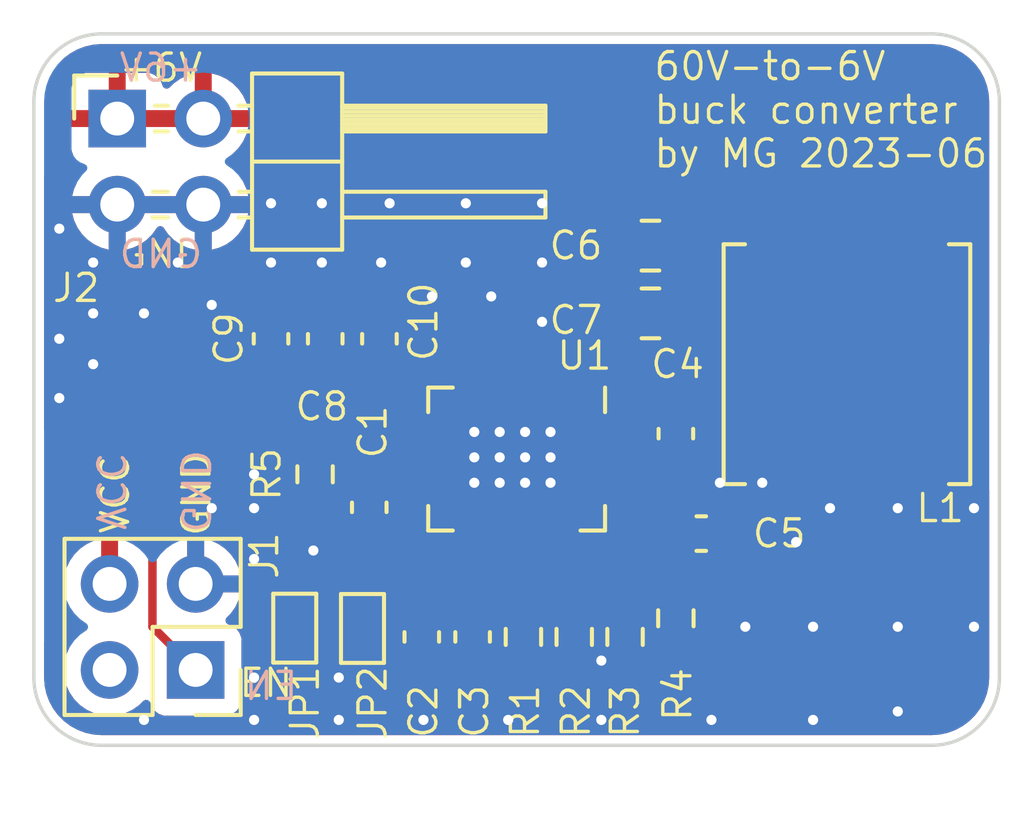
<source format=kicad_pcb>
(kicad_pcb (version 20221018) (generator pcbnew)
  (layers (0 "F.Cu" signal) (31 "B.Cu" signal) (34 "B.Paste" user) (35 "F.Paste" user) (36 "B.SilkS" user "B.Silkscreen") (37 "F.SilkS" user "F.Silkscreen") (38 "B.Mask" user) (39 "F.Mask" user) (44 "Edge.Cuts" user))
  (net 0 "")
  (net 1 "/VCC")
  (net 2 "GND")
  (net 3 "Net-(U1-SS)")
  (net 4 "Net-(U1-CF)")
  (net 5 "Net-(U1-FB)")
  (net 6 "Net-(C4-Pad1)")
  (net 7 "Net-(U1-BST)")
  (net 8 "+6V")
  (net 9 "Vdrive")
  (net 10 "/EN")
  (net 12 "Net-(JP1-B)")
  (net 13 "Net-(U1-RT)")
  (net 18 "Net-(U1-EXTVCC)")
  (footprint "Resistor_SMD:R_0603_1608Metric" (layer "F.Cu") (at 135.95 106.8 -90)
    (fp_text reference "R2" (at 2.2 -0.05 90 unlocked) (layer "F.SilkS") (effects (font (size 0.8 0.8) (thickness 0.1))))
    (fp_text value "2.7k")
    (fp_line (start -0.237258 -0.5225) (end 0.237258 -0.5225) (stroke (width 0.12)) (layer "F.SilkS"))
    (fp_line (start -0.237258 0.5225) (end 0.237258 0.5225) (stroke (width 0.12)) (layer "F.SilkS"))
    (pad "1" smd roundrect (at -0.825 0 270) (size 0.8 0.95) (layers "F.Cu" "F.Paste" "F.Mask") (net 5 "Net-(U1-FB)"))
    (pad "2" smd roundrect (at 0.825 0 270) (size 0.8 0.95) (layers "F.Cu" "F.Paste" "F.Mask") (net 2 "GND"))
  )
  (footprint "Capacitor_SMD:C_0805_2012Metric" (layer "F.Cu") (at 138.2 97.25)
    (fp_text reference "C7" (at -2.2 0.2 unlocked) (layer "F.SilkS") (effects (font (size 0.8 0.8) (thickness 0.1))))
    (fp_text value "22uF 10V")
    (fp_line (start -0.261252 -0.735) (end 0.261252 -0.735) (stroke (width 0.12)) (layer "F.SilkS"))
    (fp_line (start -0.261252 0.735) (end 0.261252 0.735) (stroke (width 0.12)) (layer "F.SilkS"))
    (pad "1" smd roundrect (at -0.95 0) (size 1 1.45) (layers "F.Cu" "F.Paste" "F.Mask") (net 2 "GND"))
    (pad "2" smd roundrect (at 0.95 0) (size 1 1.45) (layers "F.Cu" "F.Paste" "F.Mask") (net 8 "+6V"))
  )
  (footprint "Connector_PinHeader_2.54mm:PinHeader_2x02_P2.54mm_Vertical" (layer "F.Cu") (at 124.775 107.775 180)
    (fp_text reference "J1" (at -2.025 3.375 90 unlocked) (layer "F.SilkS") (effects (font (size 0.8 0.8) (thickness 0.1))))
    (fp_text value "Input")
    (fp_text user "VCC" (at 2.525 5.275 270 unlocked) (layer "B.SilkS") (effects (font (size 0.8 0.8) (thickness 0.1)) (justify mirror)))
    (fp_text user "EN" (at -2.225 -0.475 unlocked) (layer "B.SilkS") (effects (font (size 0.8 0.8) (thickness 0.1)) (justify mirror)))
    (fp_text user "GND" (at 0.025 5.275 270 unlocked) (layer "B.SilkS") (effects (font (size 0.8 0.8) (thickness 0.1)) (justify mirror)))
    (fp_text user "VCC" (at 2.375 5.175 90 unlocked) (layer "F.SilkS") (effects (font (size 0.8 0.8) (thickness 0.1))))
    (fp_text user "GND" (at -0.025 5.175 90 unlocked) (layer "F.SilkS") (effects (font (size 0.8 0.8) (thickness 0.1))))
    (fp_text user "EN" (at -2.075 -0.385 unlocked) (layer "F.SilkS") (effects (font (size 0.8 0.8) (thickness 0.1))))
    (fp_line (start -1.33 -1.33) (end 0 -1.33) (stroke (width 0.12)) (layer "F.SilkS"))
    (fp_line (start -1.33 0) (end -1.33 -1.33) (stroke (width 0.12)) (layer "F.SilkS"))
    (fp_line (start -1.33 1.27) (end -1.33 3.87) (stroke (width 0.12)) (layer "F.SilkS"))
    (fp_line (start -1.33 1.27) (end 1.27 1.27) (stroke (width 0.12)) (layer "F.SilkS"))
    (fp_line (start -1.33 3.87) (end 3.87 3.87) (stroke (width 0.12)) (layer "F.SilkS"))
    (fp_line (start 1.27 -1.33) (end 3.87 -1.33) (stroke (width 0.12)) (layer "F.SilkS"))
    (fp_line (start 1.27 1.27) (end 1.27 -1.33) (stroke (width 0.12)) (layer "F.SilkS"))
    (fp_line (start 3.87 -1.33) (end 3.87 3.87) (stroke (width 0.12)) (layer "F.SilkS"))
    (pad "1" thru_hole rect (at 0 0 180) (size 1.7 1.7) (drill 1) (layers "*.Cu" "*.Mask") (net 10 "/EN"))
    (pad "2" thru_hole oval (at 2.54 0 180) (size 1.7 1.7) (drill 1) (layers "*.Cu" "*.Mask"))
    (pad "3" thru_hole oval (at 0 2.54 180) (size 1.7 1.7) (drill 1) (layers "*.Cu" "*.Mask") (net 2 "GND"))
    (pad "4" thru_hole oval (at 2.54 2.54 180) (size 1.7 1.7) (drill 1) (layers "*.Cu" "*.Mask") (net 9 "Vdrive"))
  )
  (footprint "Resistor_SMD:R_0603_1608Metric" (layer "F.Cu") (at 128.3 102 90)
    (fp_text reference "R5" (at 0 -1.43 90 unlocked) (layer "F.SilkS") (effects (font (size 0.8 0.8) (thickness 0.1))))
    (fp_text value "100k")
    (fp_line (start -0.237258 -0.5225) (end 0.237258 -0.5225) (stroke (width 0.12)) (layer "F.SilkS"))
    (fp_line (start -0.237258 0.5225) (end 0.237258 0.5225) (stroke (width 0.12)) (layer "F.SilkS"))
    (pad "1" smd roundrect (at -0.825 0 90) (size 0.8 0.95) (layers "F.Cu" "F.Paste" "F.Mask") (net 2 "GND"))
    (pad "2" smd roundrect (at 0.825 0 90) (size 0.8 0.95) (layers "F.Cu" "F.Paste" "F.Mask") (net 10 "/EN"))
  )
  (footprint "Capacitor_SMD:C_0603_1608Metric" (layer "F.Cu") (at 138.95 100.8 -90)
    (fp_text reference "C4" (at -2.05 -0.05 unlocked) (layer "F.SilkS") (effects (font (size 0.8 0.8) (thickness 0.1))))
    (fp_text value "100nF")
    (fp_line (start -0.14058 -0.51) (end 0.14058 -0.51) (stroke (width 0.12)) (layer "F.SilkS"))
    (fp_line (start -0.14058 0.51) (end 0.14058 0.51) (stroke (width 0.12)) (layer "F.SilkS"))
    (pad "1" smd roundrect (at -0.775 0 270) (size 0.9 0.95) (layers "F.Cu" "F.Paste" "F.Mask") (net 6 "Net-(C4-Pad1)"))
    (pad "2" smd roundrect (at 0.775 0 270) (size 0.9 0.95) (layers "F.Cu" "F.Paste" "F.Mask") (net 7 "Net-(U1-BST)"))
  )
  (footprint "Package_DFN_QFN:QFN-24-1EP_4x5mm_P0.5mm_EP2.65x3.65mm" (layer "F.Cu") (at 134.25 101.55 -90)
    (fp_text reference "U1" (at -3.05 -2 unlocked) (layer "F.SilkS") (effects (font (size 0.8 0.8) (thickness 0.1))))
    (fp_text value "MAX17574")
    (fp_line (start -2.11 2.61) (end -2.11 1.885) (stroke (width 0.12)) (layer "F.SilkS"))
    (fp_line (start -1.385 -2.61) (end -2.11 -2.61) (stroke (width 0.12)) (layer "F.SilkS"))
    (fp_line (start -1.385 2.61) (end -2.11 2.61) (stroke (width 0.12)) (layer "F.SilkS"))
    (fp_line (start 1.385 -2.61) (end 2.11 -2.61) (stroke (width 0.12)) (layer "F.SilkS"))
    (fp_line (start 1.385 2.61) (end 2.11 2.61) (stroke (width 0.12)) (layer "F.SilkS"))
    (fp_line (start 2.11 -2.61) (end 2.11 -1.885) (stroke (width 0.12)) (layer "F.SilkS"))
    (fp_line (start 2.11 2.61) (end 2.11 1.885) (stroke (width 0.12)) (layer "F.SilkS"))
    (pad "1" smd roundrect (at -1.95 -1.5 270) (size 0.85 0.25) (layers "F.Cu" "F.Paste" "F.Mask") (net 6 "Net-(C4-Pad1)"))
    (pad "2" smd roundrect (at -1.95 -1 270) (size 0.85 0.25) (layers "F.Cu" "F.Paste" "F.Mask") (net 2 "GND"))
    (pad "3" smd roundrect (at -1.95 -0.5 270) (size 0.85 0.25) (layers "F.Cu" "F.Paste" "F.Mask") (net 2 "GND"))
    (pad "4" smd roundrect (at -1.95 0 270) (size 0.85 0.25) (layers "F.Cu" "F.Paste" "F.Mask"))
    (pad "5" smd roundrect (at -1.95 0.5 270) (size 0.85 0.25) (layers "F.Cu" "F.Paste" "F.Mask") (net 9 "Vdrive"))
    (pad "6" smd roundrect (at -1.95 1 270) (size 0.85 0.25) (layers "F.Cu" "F.Paste" "F.Mask") (net 9 "Vdrive"))
    (pad "7" smd roundrect (at -1.95 1.5 270) (size 0.85 0.25) (layers "F.Cu" "F.Paste" "F.Mask") (net 9 "Vdrive"))
    (pad "8" smd roundrect (at -1 2.45 270) (size 0.25 0.85) (layers "F.Cu" "F.Paste" "F.Mask"))
    (pad "9" smd roundrect (at -0.5 2.45 270) (size 0.25 0.85) (layers "F.Cu" "F.Paste" "F.Mask") (net 9 "Vdrive"))
    (pad "10" smd roundrect (at 0 2.45 270) (size 0.25 0.85) (layers "F.Cu" "F.Paste" "F.Mask") (net 10 "/EN"))
    (pad "11" smd roundrect (at 0.5 2.45 270) (size 0.25 0.85) (layers "F.Cu" "F.Paste" "F.Mask") (net 2 "GND"))
    (pad "12" smd roundrect (at 1 2.45 270) (size 0.25 0.85) (layers "F.Cu" "F.Paste" "F.Mask") (net 1 "/VCC"))
    (pad "13" smd roundrect (at 1.95 1.5 270) (size 0.85 0.25) (layers "F.Cu" "F.Paste" "F.Mask"))
    (pad "14" smd roundrect (at 1.95 1 270) (size 0.85 0.25) (layers "F.Cu" "F.Paste" "F.Mask"))
    (pad "15" smd roundrect (at 1.95 0.5 270) (size 0.85 0.25) (layers "F.Cu" "F.Paste" "F.Mask") (net 12 "Net-(JP1-B)"))
    (pad "16" smd roundrect (at 1.95 0 270) (size 0.85 0.25) (layers "F.Cu" "F.Paste" "F.Mask") (net 3 "Net-(U1-SS)"))
    (pad "17" smd roundrect (at 1.95 -0.5 270) (size 0.85 0.25) (layers "F.Cu" "F.Paste" "F.Mask") (net 4 "Net-(U1-CF)"))
    (pad "18" smd roundrect (at 1.95 -1 270) (size 0.85 0.25) (layers "F.Cu" "F.Paste" "F.Mask") (net 5 "Net-(U1-FB)"))
    (pad "19" smd roundrect (at 1.95 -1.5 270) (size 0.85 0.25) (layers "F.Cu" "F.Paste" "F.Mask") (net 13 "Net-(U1-RT)"))
    (pad "20" smd roundrect (at 1 -2.45 270) (size 0.25 0.85) (layers "F.Cu" "F.Paste" "F.Mask") (net 18 "Net-(U1-EXTVCC)"))
    (pad "21" smd roundrect (at 0.5 -2.45 270) (size 0.25 0.85) (layers "F.Cu" "F.Paste" "F.Mask") (net 2 "GND"))
    (pad "22" smd roundrect (at 0 -2.45 270) (size 0.25 0.85) (layers "F.Cu" "F.Paste" "F.Mask") (net 7 "Net-(U1-BST)"))
    (pad "23" smd roundrect (at -0.5 -2.45 270) (size 0.25 0.85) (layers "F.Cu" "F.Paste" "F.Mask") (net 6 "Net-(C4-Pad1)"))
    (pad "24" smd roundrect (at -1 -2.45 270) (size 0.25 0.85) (layers "F.Cu" "F.Paste" "F.Mask") (net 6 "Net-(C4-Pad1)"))
    (pad "25" smd rect (at 0 0 270) (size 2.65 3.65) (layers "F.Cu" "F.Mask") (net 2 "GND"))
  )
  (footprint "Capacitor_SMD:C_0603_1608Metric" (layer "F.Cu") (at 128.6 98 90)
    (fp_text reference "C8" (at -2 -0.1 unlocked) (layer "F.SilkS") (effects (font (size 0.8 0.8) (thickness 0.1))))
    (fp_text value "2.2uF 63V")
    (fp_line (start -0.14058 -0.51) (end 0.14058 -0.51) (stroke (width 0.12)) (layer "F.SilkS"))
    (fp_line (start -0.14058 0.51) (end 0.14058 0.51) (stroke (width 0.12)) (layer "F.SilkS"))
    (pad "1" smd roundrect (at -0.775 0 90) (size 0.9 0.95) (layers "F.Cu" "F.Paste" "F.Mask") (net 9 "Vdrive"))
    (pad "2" smd roundrect (at 0.775 0 90) (size 0.9 0.95) (layers "F.Cu" "F.Paste" "F.Mask") (net 2 "GND"))
  )
  (footprint "extraFootprints:SolderJumper-Open_0603" (layer "F.Cu") (at 127.7 106.542 90)
    (fp_text reference "JP1" (at -2.208 0.3 90 unlocked) (layer "F.SilkS") (effects (font (size 0.8 0.8) (thickness 0.1))))
    (fp_text value "DCM operation")
    (fp_line (start -1.016 -0.635) (end 1.016 -0.635) (stroke (width 0.12)) (layer "F.SilkS"))
    (fp_line (start -1.016 0.635) (end -1.016 -0.635) (stroke (width 0.12)) (layer "F.SilkS"))
    (fp_line (start 1.016 -0.635) (end 1.016 0.635) (stroke (width 0.12)) (layer "F.SilkS"))
    (fp_line (start 1.016 0.635) (end -1.016 0.635) (stroke (width 0.12)) (layer "F.SilkS"))
    (pad "1" smd custom (at -0.508 0 90) (size 0.3 0.3) (layers "F.Cu" "F.Mask") (net 1 "/VCC") (options (clearance outline) (anchor rect)) (primitives (gr_poly (pts (xy -0.25 -0.45) (xy 0.25 -0.45) (xy 0.55 0) (xy 0.25 0.45) (xy -0.25 0.45)) (width 0) (fill yes))))
    (pad "2" smd custom (at 0.508 0 90) (size 0.3 0.3) (layers "F.Cu" "F.Mask") (net 12 "Net-(JP1-B)") (options (clearance outline) (anchor rect)) (primitives (gr_poly (pts (xy -0.55 -0.45) (xy 0.35 -0.45) (xy 0.35 0.45) (xy -0.55 0.45) (xy -0.25 0)) (width 0) (fill yes))))
  )
  (footprint "Connector_PinHeader_2.54mm:PinHeader_2x02_P2.54mm_Horizontal" (layer "F.Cu") (at 122.46 91.5)
    (fp_text reference "J2" (at -1.21 5 unlocked) (layer "F.SilkS") (effects (font (size 0.8 0.8) (thickness 0.1))))
    (fp_text value "Output")
    (fp_text user "+6V" (at 1.29 -1.5 unlocked) (layer "B.SilkS") (effects (font (size 0.8 0.8) (thickness 0.1)) (justify mirror)))
    (fp_text user "GND" (at 1.29 4 unlocked) (layer "B.SilkS") (effects (font (size 0.8 0.8) (thickness 0.1)) (justify mirror)))
    (fp_text user "GND" (at 1.29 4 unlocked) (layer "F.SilkS") (effects (font (size 0.8 0.8) (thickness 0.1))))
    (fp_text user "+6V" (at 1.29 -1.5 unlocked) (layer "F.SilkS") (effects (font (size 0.8 0.8) (thickness 0.1))))
    (fp_line (start -1.27 -1.27) (end 0 -1.27) (stroke (width 0.12)) (layer "F.SilkS"))
    (fp_line (start -1.27 0) (end -1.27 -1.27) (stroke (width 0.12)) (layer "F.SilkS"))
    (fp_line (start 1.042929 2.16) (end 1.497071 2.16) (stroke (width 0.12)) (layer "F.SilkS"))
    (fp_line (start 1.042929 2.92) (end 1.497071 2.92) (stroke (width 0.12)) (layer "F.SilkS"))
    (fp_line (start 1.11 -0.38) (end 1.497071 -0.38) (stroke (width 0.12)) (layer "F.SilkS"))
    (fp_line (start 1.11 0.38) (end 1.497071 0.38) (stroke (width 0.12)) (layer "F.SilkS"))
    (fp_line (start 3.582929 -0.38) (end 3.98 -0.38) (stroke (width 0.12)) (layer "F.SilkS"))
    (fp_line (start 3.582929 0.38) (end 3.98 0.38) (stroke (width 0.12)) (layer "F.SilkS"))
    (fp_line (start 3.582929 2.16) (end 3.98 2.16) (stroke (width 0.12)) (layer "F.SilkS"))
    (fp_line (start 3.582929 2.92) (end 3.98 2.92) (stroke (width 0.12)) (layer "F.SilkS"))
    (fp_line (start 3.98 -1.33) (end 3.98 3.87) (stroke (width 0.12)) (layer "F.SilkS"))
    (fp_line (start 3.98 1.27) (end 6.64 1.27) (stroke (width 0.12)) (layer "F.SilkS"))
    (fp_line (start 3.98 3.87) (end 6.64 3.87) (stroke (width 0.12)) (layer "F.SilkS"))
    (fp_line (start 6.64 -1.33) (end 3.98 -1.33) (stroke (width 0.12)) (layer "F.SilkS"))
    (fp_line (start 6.64 -0.38) (end 12.64 -0.38) (stroke (width 0.12)) (layer "F.SilkS"))
    (fp_line (start 6.64 -0.32) (end 12.64 -0.32) (stroke (width 0.12)) (layer "F.SilkS"))
    (fp_line (start 6.64 -0.2) (end 12.64 -0.2) (stroke (width 0.12)) (layer "F.SilkS"))
    (fp_line (start 6.64 -0.08) (end 12.64 -0.08) (stroke (width 0.12)) (layer "F.SilkS"))
    (fp_line (start 6.64 0.04) (end 12.64 0.04) (stroke (width 0.12)) (layer "F.SilkS"))
    (fp_line (start 6.64 0.16) (end 12.64 0.16) (stroke (width 0.12)) (layer "F.SilkS"))
    (fp_line (start 6.64 0.28) (end 12.64 0.28) (stroke (width 0.12)) (layer "F.SilkS"))
    (fp_line (start 6.64 2.16) (end 12.64 2.16) (stroke (width 0.12)) (layer "F.SilkS"))
    (fp_line (start 6.64 3.87) (end 6.64 -1.33) (stroke (width 0.12)) (layer "F.SilkS"))
    (fp_line (start 12.64 -0.38) (end 12.64 0.38) (stroke (width 0.12)) (layer "F.SilkS"))
    (fp_line (start 12.64 0.38) (end 6.64 0.38) (stroke (width 0.12)) (layer "F.SilkS"))
    (fp_line (start 12.64 2.16) (end 12.64 2.92) (stroke (width 0.12)) (layer "F.SilkS"))
    (fp_line (start 12.64 2.92) (end 6.64 2.92) (stroke (width 0.12)) (layer "F.SilkS"))
    (pad "1" thru_hole rect (at 0 0) (size 1.7 1.7) (drill 1) (layers "*.Cu" "*.Mask") (net 8 "+6V"))
    (pad "2" thru_hole oval (at 2.54 0) (size 1.7 1.7) (drill 1) (layers "*.Cu" "*.Mask") (net 8 "+6V"))
    (pad "3" thru_hole oval (at 0 2.54) (size 1.7 1.7) (drill 1) (layers "*.Cu" "*.Mask") (net 2 "GND"))
    (pad "4" thru_hole oval (at 2.54 2.54) (size 1.7 1.7) (drill 1) (layers "*.Cu" "*.Mask") (net 2 "GND"))
  )
  (footprint "Capacitor_SMD:C_0603_1608Metric" (layer "F.Cu") (at 130.2 98 90)
    (fp_text reference "C10" (at 0.5 1.3 90 unlocked) (layer "F.SilkS") (effects (font (size 0.8 0.8) (thickness 0.1))))
    (fp_text value "100nF 63V")
    (fp_line (start -0.14058 -0.51) (end 0.14058 -0.51) (stroke (width 0.12)) (layer "F.SilkS"))
    (fp_line (start -0.14058 0.51) (end 0.14058 0.51) (stroke (width 0.12)) (layer "F.SilkS"))
    (pad "1" smd roundrect (at -0.775 0 90) (size 0.9 0.95) (layers "F.Cu" "F.Paste" "F.Mask") (net 9 "Vdrive"))
    (pad "2" smd roundrect (at 0.775 0 90) (size 0.9 0.95) (layers "F.Cu" "F.Paste" "F.Mask") (net 2 "GND"))
  )
  (footprint "Capacitor_SMD:C_0603_1608Metric" (layer "F.Cu") (at 139.7 103.75)
    (fp_text reference "C5" (at 2.3 0 unlocked) (layer "F.SilkS") (effects (font (size 0.8 0.8) (thickness 0.1))))
    (fp_text value "100nF")
    (fp_line (start -0.14058 -0.51) (end 0.14058 -0.51) (stroke (width 0.12)) (layer "F.SilkS"))
    (fp_line (start -0.14058 0.51) (end 0.14058 0.51) (stroke (width 0.12)) (layer "F.SilkS"))
    (pad "1" smd roundrect (at -0.775 0) (size 0.9 0.95) (layers "F.Cu" "F.Paste" "F.Mask") (net 2 "GND"))
    (pad "2" smd roundrect (at 0.775 0) (size 0.9 0.95) (layers "F.Cu" "F.Paste" "F.Mask") (net 18 "Net-(U1-EXTVCC)"))
  )
  (footprint "Capacitor_SMD:C_0603_1608Metric" (layer "F.Cu") (at 127 98 90)
    (fp_text reference "C9" (at 0 -1.25 90 unlocked) (layer "F.SilkS") (effects (font (size 0.8 0.8) (thickness 0.1))))
    (fp_text value "2.2uF 63V")
    (fp_line (start -0.14058 -0.51) (end 0.14058 -0.51) (stroke (width 0.12)) (layer "F.SilkS"))
    (fp_line (start -0.14058 0.51) (end 0.14058 0.51) (stroke (width 0.12)) (layer "F.SilkS"))
    (pad "1" smd roundrect (at -0.775 0 90) (size 0.9 0.95) (layers "F.Cu" "F.Paste" "F.Mask") (net 9 "Vdrive"))
    (pad "2" smd roundrect (at 0.775 0 90) (size 0.9 0.95) (layers "F.Cu" "F.Paste" "F.Mask") (net 2 "GND"))
  )
  (footprint "Capacitor_SMD:C_0603_1608Metric" (layer "F.Cu") (at 129.9 102.975 90)
    (fp_text reference "C1" (at 2.225 0.1 90 unlocked) (layer "F.SilkS") (effects (font (size 0.8 0.8) (thickness 0.1))))
    (fp_text value "10uF 10V")
    (fp_line (start -0.14058 -0.51) (end 0.14058 -0.51) (stroke (width 0.12)) (layer "F.SilkS"))
    (fp_line (start -0.14058 0.51) (end 0.14058 0.51) (stroke (width 0.12)) (layer "F.SilkS"))
    (pad "1" smd roundrect (at -0.775 0 90) (size 0.9 0.95) (layers "F.Cu" "F.Paste" "F.Mask") (net 1 "/VCC"))
    (pad "2" smd roundrect (at 0.775 0 90) (size 0.9 0.95) (layers "F.Cu" "F.Paste" "F.Mask") (net 2 "GND"))
  )
  (footprint "Capacitor_SMD:C_0603_1608Metric" (layer "F.Cu") (at 132.95 106.8 -90)
    (fp_text reference "C3" (at 2.2 -0.05 90 unlocked) (layer "F.SilkS") (effects (font (size 0.8 0.8) (thickness 0.1))))
    (fp_text value "2.2pF")
    (fp_line (start -0.14058 -0.51) (end 0.14058 -0.51) (stroke (width 0.12)) (layer "F.SilkS"))
    (fp_line (start -0.14058 0.51) (end 0.14058 0.51) (stroke (width 0.12)) (layer "F.SilkS"))
    (pad "1" smd roundrect (at -0.775 0 270) (size 0.9 0.95) (layers "F.Cu" "F.Paste" "F.Mask") (net 4 "Net-(U1-CF)"))
    (pad "2" smd roundrect (at 0.775 0 270) (size 0.9 0.95) (layers "F.Cu" "F.Paste" "F.Mask") (net 5 "Net-(U1-FB)"))
  )
  (footprint "Resistor_SMD:R_0603_1608Metric" (layer "F.Cu") (at 138.95 106.25 -90)
    (fp_text reference "R4" (at 2.25 -0.05 90 unlocked) (layer "F.SilkS") (effects (font (size 0.8 0.8) (thickness 0.1))))
    (fp_text value "4.7R")
    (fp_line (start -0.237258 -0.5225) (end 0.237258 -0.5225) (stroke (width 0.12)) (layer "F.SilkS"))
    (fp_line (start -0.237258 0.5225) (end 0.237258 0.5225) (stroke (width 0.12)) (layer "F.SilkS"))
    (pad "1" smd roundrect (at -0.825 0 270) (size 0.8 0.95) (layers "F.Cu" "F.Paste" "F.Mask") (net 18 "Net-(U1-EXTVCC)"))
    (pad "2" smd roundrect (at 0.825 0 270) (size 0.8 0.95) (layers "F.Cu" "F.Paste" "F.Mask") (net 8 "+6V"))
  )
  (footprint "extraFootprints:SolderJumper-Open_0603" (layer "F.Cu") (at 129.7 106.55 90)
    (fp_text reference "JP2" (at -2.2 0.3 90 unlocked) (layer "F.SilkS") (effects (font (size 0.8 0.8) (thickness 0.1))))
    (fp_text value "PWM operation")
    (fp_line (start -1.016 -0.635) (end 1.016 -0.635) (stroke (width 0.12)) (layer "F.SilkS"))
    (fp_line (start -1.016 0.635) (end -1.016 -0.635) (stroke (width 0.12)) (layer "F.SilkS"))
    (fp_line (start 1.016 -0.635) (end 1.016 0.635) (stroke (width 0.12)) (layer "F.SilkS"))
    (fp_line (start 1.016 0.635) (end -1.016 0.635) (stroke (width 0.12)) (layer "F.SilkS"))
    (pad "1" smd custom (at -0.508 0 90) (size 0.3 0.3) (layers "F.Cu" "F.Mask") (net 2 "GND") (options (clearance outline) (anchor rect)) (primitives (gr_poly (pts (xy -0.25 -0.45) (xy 0.25 -0.45) (xy 0.55 0) (xy 0.25 0.45) (xy -0.25 0.45)) (width 0) (fill yes))))
    (pad "2" smd custom (at 0.508 0 90) (size 0.3 0.3) (layers "F.Cu" "F.Mask") (net 12 "Net-(JP1-B)") (options (clearance outline) (anchor rect)) (primitives (gr_poly (pts (xy -0.55 -0.45) (xy 0.35 -0.45) (xy 0.35 0.45) (xy -0.55 0.45) (xy -0.25 0)) (width 0) (fill yes))))
  )
  (footprint "Capacitor_SMD:C_0603_1608Metric" (layer "F.Cu") (at 131.45 106.8 -90)
    (fp_text reference "C2" (at 2.2 -0.05 90 unlocked) (layer "F.SilkS") (effects (font (size 0.8 0.8) (thickness 0.1))))
    (fp_text value "100nF")
    (fp_line (start -0.14058 -0.51) (end 0.14058 -0.51) (stroke (width 0.12)) (layer "F.SilkS"))
    (fp_line (start -0.14058 0.51) (end 0.14058 0.51) (stroke (width 0.12)) (layer "F.SilkS"))
    (pad "1" smd roundrect (at -0.775 0 270) (size 0.9 0.95) (layers "F.Cu" "F.Paste" "F.Mask") (net 3 "Net-(U1-SS)"))
    (pad "2" smd roundrect (at 0.775 0 270) (size 0.9 0.95) (layers "F.Cu" "F.Paste" "F.Mask") (net 2 "GND"))
  )
  (footprint "Capacitor_SMD:C_0805_2012Metric" (layer "F.Cu") (at 138.2 95.25)
    (fp_text reference "C6" (at -2.2 0 unlocked) (layer "F.SilkS") (effects (font (size 0.8 0.8) (thickness 0.1))))
    (fp_text value "22uF 10V")
    (fp_line (start -0.261252 -0.735) (end 0.261252 -0.735) (stroke (width 0.12)) (layer "F.SilkS"))
    (fp_line (start -0.261252 0.735) (end 0.261252 0.735) (stroke (width 0.12)) (layer "F.SilkS"))
    (pad "1" smd roundrect (at -0.95 0) (size 1 1.45) (layers "F.Cu" "F.Paste" "F.Mask") (net 2 "GND"))
    (pad "2" smd roundrect (at 0.95 0) (size 1 1.45) (layers "F.Cu" "F.Paste" "F.Mask") (net 8 "+6V"))
  )
  (footprint "Inductor_SMD:L_Coilcraft_XAL6060-XXX" (layer "F.Cu") (at 144 98.75 90)
    (fp_text reference "L1" (at -4.25 2.75 unlocked) (layer "F.SilkS") (effects (font (size 0.8 0.8) (thickness 0.1))))
    (fp_text value "XGL6060-333")
    (fp_line (start -3.54 -3.64) (end -3.54 -3.01) (stroke (width 0.12)) (layer "F.SilkS"))
    (fp_line (start -3.54 -3.64) (end 3.54 -3.64) (stroke (width 0.12)) (layer "F.SilkS"))
    (fp_line (start -3.54 3.64) (end -3.54 3.01) (stroke (width 0.12)) (layer "F.SilkS"))
    (fp_line (start -3.54 3.64) (end 3.54 3.64) (stroke (width 0.12)) (layer "F.SilkS"))
    (fp_line (start 3.54 -3.64) (end 3.54 -3.01) (stroke (width 0.12)) (layer "F.SilkS"))
    (fp_line (start 3.54 3.64) (end 3.54 3.01) (stroke (width 0.12)) (layer "F.SilkS"))
    (pad "1" smd rect (at -2.02 0 90) (size 1.43 5.5) (layers "F.Cu" "F.Paste" "F.Mask") (net 6 "Net-(C4-Pad1)"))
    (pad "2" smd rect (at 2.02 0 90) (size 1.43 5.5) (layers "F.Cu" "F.Paste" "F.Mask") (net 8 "+6V"))
  )
  (footprint "Resistor_SMD:R_0603_1608Metric" (layer "F.Cu") (at 137.45 106.8 90)
    (fp_text reference "R3" (at -2.2 0 90 unlocked) (layer "F.SilkS") (effects (font (size 0.8 0.8) (thickness 0.1))))
    (fp_text value "100k")
    (fp_line (start -0.237258 -0.5225) (end 0.237258 -0.5225) (stroke (width 0.12)) (layer "F.SilkS"))
    (fp_line (start -0.237258 0.5225) (end 0.237258 0.5225) (stroke (width 0.12)) (layer "F.SilkS"))
    (pad "1" smd roundrect (at -0.825 0 90) (size 0.8 0.95) (layers "F.Cu" "F.Paste" "F.Mask") (net 2 "GND"))
    (pad "2" smd roundrect (at 0.825 0 90) (size 0.8 0.95) (layers "F.Cu" "F.Paste" "F.Mask") (net 13 "Net-(U1-RT)"))
  )
  (footprint "Resistor_SMD:R_0603_1608Metric" (layer "F.Cu") (at 134.45 106.8 90)
    (fp_text reference "R1" (at -2.2 0.05 90 unlocked) (layer "F.SilkS") (effects (font (size 0.8 0.8) (thickness 0.1))))
    (fp_text value "15k")
    (fp_line (start -0.237258 -0.5225) (end 0.237258 -0.5225) (stroke (width 0.12)) (layer "F.SilkS"))
    (fp_line (start -0.237258 0.5225) (end 0.237258 0.5225) (stroke (width 0.12)) (layer "F.SilkS"))
    (pad "1" smd roundrect (at -0.825 0 90) (size 0.8 0.95) (layers "F.Cu" "F.Paste" "F.Mask") (net 8 "+6V"))
    (pad "2" smd roundrect (at 0.825 0 90) (size 0.8 0.95) (layers "F.Cu" "F.Paste" "F.Mask") (net 5 "Net-(U1-FB)"))
  )
  (gr_line (start 148.5 108) (end 148.5 91) (stroke (width 0.1)) (layer "Edge.Cuts"))
  (gr_arc (start 120 91) (mid 120.585786 89.585786) (end 122 89) (stroke (width 0.1)) (layer "Edge.Cuts"))
  (gr_line (start 146.5 89) (end 122 89) (stroke (width 0.1)) (layer "Edge.Cuts"))
  (gr_line (start 120 91) (end 120 108) (stroke (width 0.1)) (layer "Edge.Cuts"))
  (gr_arc (start 148.5 108) (mid 147.914214 109.414214) (end 146.5 110) (stroke (width 0.1)) (layer "Edge.Cuts"))
  (gr_arc (start 122 110) (mid 120.585786 109.414214) (end 120 108) (stroke (width 0.1)) (layer "Edge.Cuts"))
  (gr_arc (start 146.5 89) (mid 147.914214 89.585786) (end 148.5 91) (stroke (width 0.1)) (layer "Edge.Cuts"))
  (gr_line (start 122 110) (end 146.5 110) (stroke (width 0.1)) (layer "Edge.Cuts"))
  (gr_text "60V-to-6V\nbuck converter\nby MG 2023-06" (at 138.25 93) (layer "F.SilkS") (effects (font (size 0.8 0.8) (thickness 0.1)) (justify left bottom)))
  (segment (start 126.975 105.525) (end 127.248 105.252) (width 0.25) (layer "F.Cu") (net 1))
  (segment (start 131.8 102.55) (end 131.1 102.55) (width 0.25) (layer "F.Cu") (net 1))
  (segment (start 127.7 107.05) (end 127.32709 107.05) (width 0.25) (layer "F.Cu") (net 1))
  (segment (start 130.25 104.1) (end 129.9 103.75) (width 0.25) (layer "F.Cu") (net 1))
  (segment (start 130.25 104.75) (end 130.25 104.1) (width 0.25) (layer "F.Cu") (net 1))
  (segment (start 127.32709 107.05) (end 126.975 106.69791) (width 0.25) (layer "F.Cu") (net 1))
  (segment (start 126.975 106.69791) (end 126.975 105.525) (width 0.25) (layer "F.Cu") (net 1))
  (segment (start 129.748 105.252) (end 130.25 104.75) (width 0.25) (layer "F.Cu") (net 1))
  (segment (start 131.1 102.55) (end 129.9 103.75) (width 0.25) (layer "F.Cu") (net 1))
  (segment (start 127.248 105.252) (end 129.748 105.252) (width 0.25) (layer "F.Cu") (net 1))
  (segment (start 128.925 102.2) (end 128.3 102.825) (width 0.25) (layer "F.Cu") (net 2))
  (segment (start 133.2 102.05) (end 133.75 102.25) (width 0.25) (layer "F.Cu") (net 2))
  (segment (start 134.75 99.6) (end 134.75 100.5) (width 0.25) (layer "F.Cu") (net 2))
  (segment (start 134.5 102.25) (end 134.25 101.55) (width 0.25) (layer "F.Cu") (net 2))
  (segment (start 131.8 102.05) (end 130.05 102.05) (width 0.25) (layer "F.Cu") (net 2))
  (segment (start 134.5 100.75) (end 134.75 101) (width 0.25) (layer "F.Cu") (net 2))
  (segment (start 135.05 100.75) (end 134.25 101.55) (width 0.25) (layer "F.Cu") (net 2))
  (segment (start 134.75 98.75) (end 134.75 99.6) (width 0.25) (layer "F.Cu") (net 2))
  (segment (start 135.45 102.05) (end 135.25 102.25) (width 0.25) (layer "F.Cu") (net 2))
  (segment (start 132.8 102.05) (end 133 102.25) (width 0.25) (layer "F.Cu") (net 2))
  (segment (start 134.75 102.05) (end 134.5 102.25) (width 0.25) (layer "F.Cu") (net 2))
  (segment (start 133.75 102.25) (end 133.75 102.05) (width 0.25) (layer "F.Cu") (net 2))
  (segment (start 135.25 102.25) (end 135.05 102.05) (width 0.25) (layer "F.Cu") (net 2))
  (segment (start 129.9 102.2) (end 128.925 102.2) (width 0.25) (layer "F.Cu") (net 2))
  (segment (start 135.25 99.6) (end 135.25 100.55) (width 0.25) (layer "F.Cu") (net 2))
  (segment (start 134.5 101.5) (end 134.3 101.5) (width 0.25) (layer "F.Cu") (net 2))
  (segment (start 135.25 98.25) (end 134.75 98.75) (width 0.25) (layer "F.Cu") (net 2))
  (segment (start 134.75 100.5) (end 134.5 100.75) (width 0.25) (layer "F.Cu") (net 2))
  (segment (start 134.75 101) (end 134.75 101.05) (width 0.25) (layer "F.Cu") (net 2))
  (segment (start 135.95 107.625) (end 136.625 107.625) (width 0.25) (layer "F.Cu") (net 2))
  (segment (start 130.217 107.575) (end 129.7 107.058) (width 0.25) (layer "F.Cu") (net 2))
  (segment (start 138.925 103.75) (end 138.925 103.575) (width 0.25) (layer "F.Cu") (net 2))
  (segment (start 135.05 102.05) (end 134.75 102.05) (width 0.25) (layer "F.Cu") (net 2))
  (segment (start 133 102.25) (end 133.2 102.05) (width 0.25) (layer "F.Cu") (net 2))
  (segment (start 135.25 100.55) (end 135.25 100.75) (width 0.25) (layer "F.Cu") (net 2))
  (segment (start 136.625 107.625) (end 136.75 107.5) (width 0.25) (layer "F.Cu") (net 2))
  (segment (start 136.7 102.05) (end 137.175 102.05) (width 0.25) (layer "F.Cu") (net 2))
  (segment (start 134.3 101.5) (end 134.25 101.55) (width 0.25) (layer "F.Cu") (net 2))
  (segment (start 135.25 99.6) (end 135.25 98.25) (width 0.25) (layer "F.Cu") (net 2))
  (segment (start 131.8 102.05) (end 132.8 102.05) (width 0.25) (layer "F.Cu") (net 2))
  (segment (start 136.75 107.5) (end 136.875 107.625) (width 0.25) (layer "F.Cu") (net 2))
  (segment (start 134.5 101.3) (end 134.5 101.5) (width 0.25) (layer "F.Cu") (net 2))
  (segment (start 136.875 107.625) (end 137.45 107.625) (width 0.25) (layer "F.Cu") (net 2))
  (segment (start 138.925 103.575) (end 140.25 102.25) (width 0.25) (layer "F.Cu") (net 2))
  (segment (start 134.75 101.05) (end 134.5 101.3) (width 0.25) (layer "F.Cu") (net 2))
  (segment (start 137.175 102.05) (end 138.875 103.75) (width 0.25) (layer "F.Cu") (net 2))
  (segment (start 135.25 100.75) (end 135.05 100.75) (width 0.25) (layer "F.Cu") (net 2))
  (segment (start 131.45 107.575) (end 130.217 107.575) (width 0.25) (layer "F.Cu") (net 2))
  (segment (start 130.05 102.05) (end 129.9 102.2) (width 0.25) (layer "F.Cu") (net 2))
  (segment (start 136.7 102.05) (end 135.45 102.05) (width 0.25) (layer "F.Cu") (net 2))
  (segment (start 133.75 102.05) (end 134.25 101.55) (width 0.25) (layer "F.Cu") (net 2))
  (via (at 135.25 100.75) (size 0.7) (drill 0.3) (layers "F.Cu" "B.Cu") (net 2))
  (via (at 128.25 104.25) (size 0.7) (drill 0.3) (layers "F.Cu" "B.Cu") (net 2))
  (via (at 134.5 102.25) (size 0.7) (drill 0.3) (layers "F.Cu" "B.Cu") (net 2))
  (via (at 127 95.75) (size 0.7) (drill 0.3) (layers "F.Cu" "B.Cu") (net 2))
  (via (at 140 109.25) (size 0.7) (drill 0.3) (layers "F.Cu" "B.Cu") (net 2))
  (via (at 135 97.5) (size 0.7) (drill 0.3) (layers "F.Cu" "B.Cu") (net 2))
  (via (at 133 102.25) (size 0.7) (drill 0.3) (layers "F.Cu" "B.Cu") (net 2))
  (via (at 127 94) (size 0.7) (drill 0.3) (layers "F.Cu" "B.Cu") (net 2))
  (via (at 147.75 103) (size 0.7) (drill 0.3) (layers "F.Cu" "B.Cu") (net 2))
  (via (at 142.5 104) (size 0.7) (drill 0.3) (layers "F.Cu" "B.Cu") (net 2))
  (via (at 141 106.5) (size 0.7) (drill 0.3) (layers "F.Cu" "B.Cu") (net 2))
  (via (at 121.75 97.25) (size 0.7) (drill 0.3) (layers "F.Cu" "B.Cu") (net 2))
  (via (at 120.75 94.75) (size 0.7) (drill 0.3) (layers "F.Cu" "B.Cu") (net 2))
  (via (at 133.75 102.25) (size 0.7) (drill 0.3) (layers "F.Cu" "B.Cu") (net 2))
  (via (at 135.25 102.25) (size 0.7) (drill 0.3) (layers "F.Cu" "B.Cu") (net 2))
  (via (at 126.5 109.25) (size 0.7) (drill 0.3) (layers "F.Cu" "B.Cu") (net 2))
  (via (at 123.25 97.25) (size 0.7) (drill 0.3) (layers "F.Cu" "B.Cu") (net 2))
  (via (at 132.75 95.75) (size 0.7) (drill 0.3) (layers "F.Cu" "B.Cu") (net 2))
  (via (at 140.25 102.25) (size 0.7) (drill 0.3) (layers "F.Cu" "B.Cu") (net 2))
  (via (at 143.5 103) (size 0.7) (drill 0.3) (layers "F.Cu" "B.Cu") (net 2))
  (via (at 133.75 100.75) (size 0.7) (drill 0.3) (layers "F.Cu" "B.Cu") (net 2))
  (via (at 143 109.25) (size 0.7) (drill 0.3) (layers "F.Cu" "B.Cu") (net 2))
  (via (at 129 109.25) (size 0.7) (drill 0.3) (layers "F.Cu" "B.Cu") (net 2))
  (via (at 130.5 94) (size 0.7) (drill 0.3) (layers "F.Cu" "B.Cu") (net 2))
  (via (at 133.5 96.75) (size 0.7) (drill 0.3) (layers "F.Cu" "B.Cu") (net 2))
  (via (at 145.5 109) (size 0.7) (drill 0.3) (layers "F.Cu" "B.Cu") (net 2))
  (via (at 134 109.25) (size 0.7) (drill 0.3) (layers "F.Cu" "B.Cu") (net 2))
  (via (at 147.75 106.5) (size 0.7) (drill 0.3) (layers "F.Cu" "B.Cu") (net 2))
  (via (at 130.25 95.75) (size 0.7) (drill 0.3) (layers "F.Cu" "B.Cu") (net 2))
  (via (at 126.5 103) (size 0.7) (drill 0.3) (layers "F.Cu" "B.Cu") (net 2))
  (via (at 128.5 94) (size 0.7) (drill 0.3) (layers "F.Cu" "B.Cu") (net 2))
  (via (at 126.5 102) (size 0.7) (drill 0.3) (layers "F.Cu" "B.Cu") (net 2))
  (via (at 145.5 103) (size 0.7) (drill 0.3) (layers "F.Cu" "B.Cu") (net 2))
  (via (at 129 108) (size 0.7) (drill 0.3) (layers "F.Cu" "B.Cu") (net 2))
  (via (at 123.25 109.25) (size 0.7) (drill 0.3) (layers "F.Cu" "B.Cu") (net 2))
  (via (at 136.75 109.25) (size 0.7) (drill 0.3) (layers "F.Cu" "B.Cu") (net 2))
  (via (at 133 100.75) (size 0.7) (drill 0.3) (layers "F.Cu" "B.Cu") (net 2))
  (via (at 145.5 106.5) (size 0.7) (drill 0.3) (layers "F.Cu" "B.Cu") (net 2))
  (via (at 124.25 95.75) (size 0.7) (drill 0.3) (layers "F.Cu" "B.Cu") (net 2))
  (via (at 136.75 107.5) (size 0.7) (drill 0.3) (layers "F.Cu" "B.Cu") (net 2))
  (via (at 132.75 94) (size 0.7) (drill 0.3) (layers "F.Cu" "B.Cu") (net 2))
  (via (at 125.25 97) (size 0.7) (drill 0.3) (layers "F.Cu" "B.Cu") (net 2))
  (via (at 126.5 104.5) (size 0.7) (drill 0.3) (layers "F.Cu" "B.Cu") (net 2))
  (via (at 135 94) (size 0.7) (drill 0.3) (layers "F.Cu" "B.Cu") (net 2))
  (via (at 131.75 96.75) (size 0.7) (drill 0.3) (layers "F.Cu" "B.Cu") (net 2))
  (via (at 143 106.5) (size 0.7) (drill 0.3) (layers "F.Cu" "B.Cu") (net 2))
  (via (at 121.75 98.75) (size 0.7) (drill 0.3) (layers "F.Cu" "B.Cu") (net 2))
  (via (at 128.5 95.75) (size 0.7) (drill 0.3) (layers "F.Cu" "B.Cu") (net 2))
  (via (at 141.5 102.25) (size 0.7) (drill 0.3) (layers "F.Cu" "B.Cu") (net 2))
  (via (at 134.5 100.75) (size 0.7) (drill 0.3) (layers "F.Cu" "B.Cu") (net 2))
  (via (at 134.5 101.5) (size 0.7) (drill 0.3) (layers "F.Cu" "B.Cu") (net 2))
  (via (at 135.25 101.5) (size 0.7) (drill 0.3) (layers "F.Cu" "B.Cu") (net 2))
  (via (at 133 101.5) (size 0.7) (drill 0.3) (layers "F.Cu" "B.Cu") (net 2))
  (via (at 125.25 103) (size 0.7) (drill 0.3) (layers "F.Cu" "B.Cu") (net 2))
  (via (at 121.75 95.75) (size 0.7) (drill 0.3) (layers "F.Cu" "B.Cu") (net 2))
  (via (at 131.5 109.25) (size 0.7) (drill 0.3) (layers "F.Cu" "B.Cu") (net 2))
  (via (at 120.75 99.75) (size 0.7) (drill 0.3) (layers "F.Cu" "B.Cu") (net 2))
  (via (at 120.75 98) (size 0.7) (drill 0.3) (layers "F.Cu" "B.Cu") (net 2))
  (via (at 133.75 101.5) (size 0.7) (drill 0.3) (layers "F.Cu" "B.Cu") (net 2))
  (via (at 126.5 108) (size 0.7) (drill 0.3) (layers "F.Cu" "B.Cu") (net 2))
  (via (at 135 95.75) (size 0.7) (drill 0.3) (layers "F.Cu" "B.Cu") (net 2))
  (segment (start 133.95 104.8) (end 134.25 104.5) (width 0.25) (layer "F.Cu") (net 3))
  (segment (start 131.45 106.025) (end 132.675 104.8) (width 0.25) (layer "F.Cu") (net 3))
  (segment (start 132.675 104.8) (end 133.95 104.8) (width 0.25) (layer "F.Cu") (net 3))
  (segment (start 134.25 104.5) (end 134.25 103.5) (width 0.25) (layer "F.Cu") (net 3))
  (segment (start 133.707538 105.25) (end 134.5 105.25) (width 0.25) (layer "F.Cu") (net 4))
  (segment (start 132.95 106.025) (end 132.95 106.007538) (width 0.25) (layer "F.Cu") (net 4))
  (segment (start 134.75 105) (end 134.75 103.5) (width 0.25) (layer "F.Cu") (net 4))
  (segment (start 134.5 105.25) (end 134.75 105) (width 0.25) (layer "F.Cu") (net 4))
  (segment (start 132.95 106.007538) (end 133.707538 105.25) (width 0.25) (layer "F.Cu") (net 4))
  (segment (start 135.25 105.275) (end 135.95 105.975) (width 0.25) (layer "F.Cu") (net 5))
  (segment (start 135.95 105.975) (end 134.45 105.975) (width 0.25) (layer "F.Cu") (net 5))
  (segment (start 134.45 105.975) (end 132.95 107.475) (width 0.25) (layer "F.Cu") (net 5))
  (segment (start 132.95 107.475) (end 132.95 107.575) (width 0.25) (layer "F.Cu") (net 5))
  (segment (start 135.25 103.5) (end 135.25 105.275) (width 0.25) (layer "F.Cu") (net 5))
  (segment (start 136.7 101.05) (end 136.7 100.55) (width 0.25) (layer "F.Cu") (net 6))
  (segment (start 136.7 101.05) (end 137.925 101.05) (width 0.25) (layer "F.Cu") (net 6))
  (segment (start 135.75 99.6) (end 136.9 99.6) (width 0.25) (layer "F.Cu") (net 6))
  (segment (start 137 99.5) (end 136.9 99.6) (width 0.25) (layer "F.Cu") (net 6))
  (segment (start 137.925 101.05) (end 138.95 100.025) (width 0.25) (layer "F.Cu") (net 6))
  (segment (start 138.925 101.55) (end 138.95 101.575) (width 0.25) (layer "F.Cu") (net 7))
  (segment (start 136.7 101.55) (end 138.925 101.55) (width 0.25) (layer "F.Cu") (net 7))
  (segment (start 141.5 104.5) (end 138.95 107.05) (width 0.25) (layer "F.Cu") (net 8))
  (segment (start 142.75 102.25) (end 141.5 103.5) (width 0.25) (layer "F.Cu") (net 8))
  (segment (start 148 98.5) (end 148 101.5) (width 0.25) (layer "F.Cu") (net 8))
  (segment (start 141.5 103.5) (end 141.5 104.5) (width 0.25) (layer "F.Cu") (net 8))
  (segment (start 144 96.73) (end 146.23 96.73) (width 0.25) (layer "F.Cu") (net 8))
  (segment (start 146.23 96.73) (end 148 98.5) (width 0.25) (layer "F.Cu") (net 8))
  (segment (start 138.95 107.55) (end 138.95 107.075) (width 0.25) (layer "F.Cu") (net 8))
  (segment (start 138.95 107.05) (end 138.95 107.075) (width 0.25) (layer "F.Cu") (net 8))
  (segment (start 148 101.5) (end 147.25 102.25) (width 0.25) (layer "F.Cu") (net 8))
  (segment (start 147.25 102.25) (end 142.75 102.25) (width 0.25) (layer "F.Cu") (net 8))
  (segment (start 135.375 108.55) (end 137.95 108.55) (width 0.25) (layer "F.Cu") (net 8))
  (segment (start 134.45 107.625) (end 135.375 108.55) (width 0.25) (layer "F.Cu") (net 8))
  (segment (start 137.95 108.55) (end 138.95 107.55) (width 0.25) (layer "F.Cu") (net 8))
  (segment (start 133.75 98.75) (end 133.5 98.5) (width 0.25) (layer "F.Cu") (net 9))
  (segment (start 133.75 99.6) (end 133.75 98.75) (width 0.25) (layer "F.Cu") (net 9))
  (segment (start 131.8 101.05) (end 131.05 101.05) (width 0.25) (layer "F.Cu") (net 9))
  (segment (start 133.25 99.6) (end 133.25 98.5) (width 0.25) (layer "F.Cu") (net 9))
  (segment (start 131.05 101.05) (end 130.2 100.2) (width 0.25) (layer "F.Cu") (net 9))
  (segment (start 133.25 98.5) (end 133 98.25) (width 0.25) (layer "F.Cu") (net 9))
  (segment (start 133.25 99.6) (end 133.75 99.6) (width 0.25) (layer "F.Cu") (net 9))
  (segment (start 130.2 100.2) (end 130.2 98.775) (width 0.25) (layer "F.Cu") (net 9))
  (segment (start 122.235 105.235) (end 122.235 103.265) (width 0.25) (layer "F.Cu") (net 9))
  (segment (start 122.25 103.25) (end 122.235 103.265) (width 0.25) (layer "F.Cu") (net 9))
  (segment (start 123.5 103.5) (end 126 101) (width 0.25) (layer "F.Cu") (net 10))
  (segment (start 124.775 107.775) (end 123.5 106.5) (width 0.25) (layer "F.Cu") (net 10))
  (segment (start 128.125 101) (end 128.3 101.175) (width 0.25) (layer "F.Cu") (net 10))
  (segment (start 130.502817 101.55) (end 130.127817 101.175) (width 0.25) (layer "F.Cu") (net 10))
  (segment (start 126 101) (end 128.125 101) (width 0.25) (layer "F.Cu") (net 10))
  (segment (start 130.127817 101.175) (end 128.3 101.175) (width 0.25) (layer "F.Cu") (net 10))
  (segment (start 123.5 106.5) (end 123.5 103.5) (width 0.25) (layer "F.Cu") (net 10))
  (segment (start 131.8 101.55) (end 130.502817 101.55) (width 0.25) (layer "F.Cu") (net 10))
  (segment (start 127.7 106.034) (end 129.692 106.034) (width 0.25) (layer "F.Cu") (net 12))
  (segment (start 133.423008 104.3) (end 133.75 103.973008) (width 0.25) (layer "F.Cu") (net 12))
  (segment (start 133.75 103.973008) (end 133.75 103.5) (width 0.25) (layer "F.Cu") (net 12))
  (segment (start 131.442 104.3) (end 133.423008 104.3) (width 0.25) (layer "F.Cu") (net 12))
  (segment (start 129.692 106.034) (end 129.7 106.042) (width 0.25) (layer "F.Cu") (net 12))
  (segment (start 129.7 106.042) (end 131.442 104.3) (width 0.25) (layer "F.Cu") (net 12))
  (segment (start 137.45 105.2) (end 135.75 103.5) (width 0.25) (layer "F.Cu") (net 13))
  (segment (start 137.45 105.975) (end 137.45 105.2) (width 0.25) (layer "F.Cu") (net 13))
  (segment (start 138.95 105.275) (end 140.475 103.75) (width 0.25) (layer "F.Cu") (net 18))
  (segment (start 136.7 103.2) (end 136.7 102.55) (width 0.25) (layer "F.Cu") (net 18))
  (segment (start 138.925 105.425) (end 136.7 103.2) (width 0.25) (layer "F.Cu") (net 18))
  (segment (start 138.95 105.425) (end 138.925 105.425) (width 0.25) (layer "F.Cu") (net 18))
  (segment (start 138.95 105.425) (end 138.95 105.275) (width 0.25) (layer "F.Cu") (net 18))
  (zone (net 6) (net_name "Net-(C4-Pad1)") (layer "F.Cu") (priority 2) (connect_pads (clearance 0.5)) (min_thickness 0.25) (fill yes (thermal_gap 0.5) (thermal_bridge_width 0.5))
    (polygon (pts (xy 148.2 101.3) (xy 148.2 98.8) (xy 140.2 98.8) (xy 140.2 98.8) (xy 135.45 98.8) (xy 135.45 101.3)))
  )
  (zone (net 9) (net_name "Vdrive") (layer "F.Cu") (priority 3) (connect_pads (clearance 0.5)) (min_thickness 0.25) (fill yes (thermal_gap 0.5) (thermal_bridge_width 0.5))
    (polygon (pts (xy 123.5 106.5) (xy 123.5 102.5) (xy 126 100.5) (xy 134 100.5) (xy 134 98) (xy 124 98) (xy 120.75 101.25) (xy 120.75 106.5)))
  )
  (zone (net 8) (net_name "+6V") (layer "F.Cu") (priority 1) (connect_pads (clearance 0.5)) (min_thickness 0.25) (fill yes (thermal_gap 0.5) (thermal_bridge_width 0.5))
    (polygon (pts (xy 148.25 98.25) (xy 148.25 89.25) (xy 120.75 89.25) (xy 120.75 92.75) (xy 138.25 92.75) (xy 138.25 94.75) (xy 138.25 98.25) (xy 139.75 98.25)))
  )
  (zone (net 2) (net_name "GND") (layers "F&B.Cu") (connect_pads (clearance 0.5)) (min_thickness 0.25) (fill yes (thermal_gap 0.5) (thermal_bridge_width 0.5) (smoothing fillet))
    (polygon (pts (xy 119 88) (xy 119 111) (xy 149 111) (xy 149 88)))
  )
)
</source>
